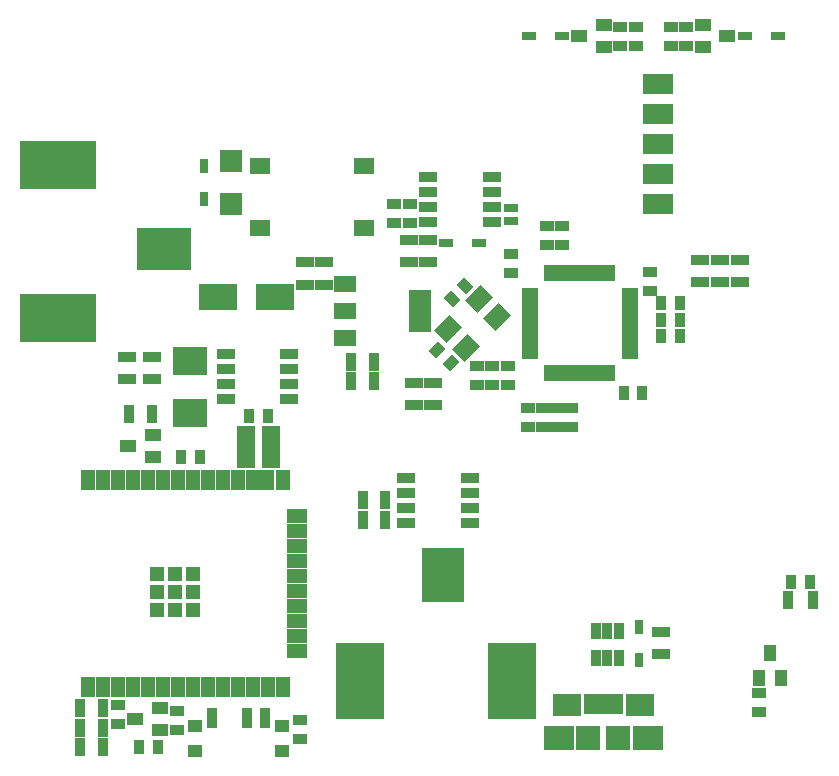
<source format=gtp>
G04*
G04 #@! TF.GenerationSoftware,Altium Limited,Altium Designer,22.1.2 (22)*
G04*
G04 Layer_Color=8421504*
%FSLAX25Y25*%
%MOIN*%
G70*
G04*
G04 #@! TF.SameCoordinates,BB4BA718-9431-4743-B970-F4C87B48E952*
G04*
G04*
G04 #@! TF.FilePolarity,Positive*
G04*
G01*
G75*
%ADD17R,0.09268X0.07299*%
%ADD18R,0.08480X0.08480*%
%ADD19R,0.02575X0.06512*%
%ADD20R,0.10055X0.08480*%
%ADD21R,0.10213X0.06591*%
G04:AMPARAMS|DCode=22|XSize=72.99mil|YSize=59.21mil|CornerRadius=0mil|HoleSize=0mil|Usage=FLASHONLY|Rotation=225.000|XOffset=0mil|YOffset=0mil|HoleType=Round|Shape=Rectangle|*
%AMROTATEDRECTD22*
4,1,4,0.00487,0.04674,0.04674,0.00487,-0.00487,-0.04674,-0.04674,-0.00487,0.00487,0.04674,0.0*
%
%ADD22ROTATEDRECTD22*%

%ADD23R,0.18323X0.13992*%
%ADD24R,0.25410X0.16354*%
%ADD25R,0.13992X0.18323*%
%ADD26R,0.16354X0.25410*%
%ADD27R,0.05134X0.05134*%
%ADD28R,0.06906X0.04543*%
%ADD29R,0.04543X0.06906*%
%ADD30R,0.12811X0.08874*%
%ADD31R,0.03756X0.06118*%
%ADD32R,0.06118X0.03756*%
%ADD33R,0.03362X0.04543*%
G04:AMPARAMS|DCode=34|XSize=33.62mil|YSize=45.43mil|CornerRadius=0mil|HoleSize=0mil|Usage=FLASHONLY|Rotation=45.000|XOffset=0mil|YOffset=0mil|HoleType=Round|Shape=Rectangle|*
%AMROTATEDRECTD34*
4,1,4,0.00418,-0.02795,-0.02795,0.00418,-0.00418,0.02795,0.02795,-0.00418,0.00418,-0.02795,0.0*
%
%ADD34ROTATEDRECTD34*%

G04:AMPARAMS|DCode=35|XSize=33.62mil|YSize=45.43mil|CornerRadius=0mil|HoleSize=0mil|Usage=FLASHONLY|Rotation=315.000|XOffset=0mil|YOffset=0mil|HoleType=Round|Shape=Rectangle|*
%AMROTATEDRECTD35*
4,1,4,-0.02795,-0.00418,0.00418,0.02795,0.02795,0.00418,-0.00418,-0.02795,-0.02795,-0.00418,0.0*
%
%ADD35ROTATEDRECTD35*%

%ADD36R,0.04543X0.03362*%
%ADD37R,0.03362X0.05724*%
%ADD38R,0.05134X0.03165*%
%ADD39R,0.03165X0.05134*%
%ADD40R,0.06118X0.14386*%
%ADD41R,0.03756X0.06906*%
%ADD42R,0.04937X0.04150*%
%ADD43R,0.05331X0.04150*%
%ADD44R,0.04150X0.05331*%
%ADD45R,0.02181X0.05724*%
%ADD46R,0.05724X0.02181*%
%ADD47R,0.07299X0.05724*%
%ADD48R,0.07299X0.13992*%
%ADD49R,0.07102X0.05724*%
%ADD50R,0.06315X0.03362*%
%ADD51R,0.07299X0.07299*%
%ADD52R,0.04937X0.02969*%
%ADD53R,0.11799X0.09500*%
D17*
X217725Y19083D02*
D03*
X193307Y19094D02*
D03*
D18*
X200394Y8268D02*
D03*
X210236Y8268D02*
D03*
D19*
X210630Y19488D02*
D03*
X208071D02*
D03*
X205512D02*
D03*
X202953D02*
D03*
X200394D02*
D03*
D20*
X190748Y8268D02*
D03*
X220276D02*
D03*
D21*
X223622Y186142D02*
D03*
Y206142D02*
D03*
Y196142D02*
D03*
Y226142D02*
D03*
Y216142D02*
D03*
D22*
X163899Y154669D02*
D03*
X153599Y144369D02*
D03*
X159723Y138244D02*
D03*
X170024Y148545D02*
D03*
D23*
X58957Y171063D02*
D03*
D24*
X23720Y148228D02*
D03*
Y199016D02*
D03*
D25*
X152165Y62402D02*
D03*
D26*
X175000Y27165D02*
D03*
X124213D02*
D03*
D27*
X68839Y62972D02*
D03*
Y56968D02*
D03*
Y50965D02*
D03*
X62835D02*
D03*
X56831D02*
D03*
Y56968D02*
D03*
Y62972D02*
D03*
X62835D02*
D03*
Y56968D02*
D03*
D28*
X103465Y37126D02*
D03*
Y42126D02*
D03*
Y47126D02*
D03*
Y52126D02*
D03*
Y57126D02*
D03*
Y62126D02*
D03*
Y67126D02*
D03*
Y72126D02*
D03*
Y77126D02*
D03*
Y82126D02*
D03*
D29*
X33583Y25197D02*
D03*
X38583D02*
D03*
X43583D02*
D03*
X48583D02*
D03*
X53583D02*
D03*
X58583D02*
D03*
X63583D02*
D03*
X68583D02*
D03*
X73583D02*
D03*
X78583D02*
D03*
X83583D02*
D03*
X88583D02*
D03*
X93583D02*
D03*
X98583D02*
D03*
X98584Y94016D02*
D03*
X93367D02*
D03*
X88584D02*
D03*
X83584D02*
D03*
X78584D02*
D03*
X73584D02*
D03*
X68584D02*
D03*
X63584D02*
D03*
X58584D02*
D03*
X53584D02*
D03*
X48584D02*
D03*
X43584D02*
D03*
X38584D02*
D03*
X33584D02*
D03*
D30*
X96063Y155118D02*
D03*
X77165D02*
D03*
D31*
X275394Y54331D02*
D03*
X267126D02*
D03*
X128937Y133465D02*
D03*
X121457D02*
D03*
X128937Y127165D02*
D03*
X121457D02*
D03*
X31055Y5118D02*
D03*
X38535D02*
D03*
X31055Y11614D02*
D03*
X38535D02*
D03*
X31055Y18110D02*
D03*
X38535D02*
D03*
X125256Y80709D02*
D03*
X132736D02*
D03*
X125256Y87402D02*
D03*
X132736D02*
D03*
X54921Y116142D02*
D03*
X47441D02*
D03*
D32*
X46850Y135236D02*
D03*
Y127756D02*
D03*
X55118Y135236D02*
D03*
Y127756D02*
D03*
X224803Y36024D02*
D03*
Y43504D02*
D03*
X251181Y160039D02*
D03*
Y167520D02*
D03*
X244488Y160039D02*
D03*
Y167520D02*
D03*
X237795Y160039D02*
D03*
Y167520D02*
D03*
X105905Y166732D02*
D03*
Y159252D02*
D03*
X140551Y166732D02*
D03*
Y174213D02*
D03*
X146979Y166732D02*
D03*
Y174213D02*
D03*
X142520Y126575D02*
D03*
Y119095D02*
D03*
X148819Y126575D02*
D03*
Y119095D02*
D03*
X112205Y166732D02*
D03*
Y159252D02*
D03*
D33*
X87401Y115354D02*
D03*
X93701D02*
D03*
X212204Y123228D02*
D03*
X218504D02*
D03*
X231103Y147638D02*
D03*
X224803D02*
D03*
X231103Y153150D02*
D03*
X224803D02*
D03*
X231103Y142126D02*
D03*
X224803D02*
D03*
X50787Y5118D02*
D03*
X57087D02*
D03*
X64566Y101772D02*
D03*
X70867D02*
D03*
X268110Y60236D02*
D03*
X274410D02*
D03*
D34*
X159314Y158920D02*
D03*
X154859Y154465D02*
D03*
D35*
X154590Y133206D02*
D03*
X150135Y137660D02*
D03*
D36*
X168504Y132284D02*
D03*
Y125984D02*
D03*
X220866Y157283D02*
D03*
Y163583D02*
D03*
X173622Y132284D02*
D03*
Y125984D02*
D03*
X174803Y163189D02*
D03*
Y169489D02*
D03*
X216299Y238976D02*
D03*
Y245276D02*
D03*
X227953D02*
D03*
Y238976D02*
D03*
X211181D02*
D03*
Y245276D02*
D03*
X233071D02*
D03*
Y238976D02*
D03*
X140945Y179921D02*
D03*
Y186221D02*
D03*
X135827Y186221D02*
D03*
Y179921D02*
D03*
X194685Y111811D02*
D03*
Y118111D02*
D03*
X163386Y132284D02*
D03*
Y125984D02*
D03*
X191732Y172441D02*
D03*
Y178741D02*
D03*
X43701Y19292D02*
D03*
Y12992D02*
D03*
X185236Y118111D02*
D03*
Y111811D02*
D03*
X189961Y118111D02*
D03*
Y111811D02*
D03*
X180512Y118111D02*
D03*
Y111811D02*
D03*
X63386Y10826D02*
D03*
Y17126D02*
D03*
X186614Y172441D02*
D03*
Y178741D02*
D03*
X104331Y14174D02*
D03*
Y7874D02*
D03*
X257480Y16929D02*
D03*
Y23229D02*
D03*
D37*
X210531Y43898D02*
D03*
X206791D02*
D03*
X203051D02*
D03*
Y34843D02*
D03*
X206791D02*
D03*
X210531D02*
D03*
D38*
X191732Y242126D02*
D03*
X180709D02*
D03*
X252598Y242126D02*
D03*
X263622D02*
D03*
X153150Y173228D02*
D03*
X164173D02*
D03*
D39*
X217323Y34252D02*
D03*
Y45276D02*
D03*
X72441Y198819D02*
D03*
Y187795D02*
D03*
D40*
X86417Y105118D02*
D03*
X94685D02*
D03*
D41*
X75000Y14764D02*
D03*
X86811D02*
D03*
X92716D02*
D03*
D42*
X98228Y12008D02*
D03*
Y3740D02*
D03*
X69488Y12008D02*
D03*
Y3740D02*
D03*
D43*
X238543Y245866D02*
D03*
Y238386D02*
D03*
X246811Y242126D02*
D03*
X205709Y238386D02*
D03*
Y245866D02*
D03*
X197441Y242126D02*
D03*
X57677Y10827D02*
D03*
Y18307D02*
D03*
X49409Y14567D02*
D03*
X55315Y101772D02*
D03*
Y109252D02*
D03*
X47047Y105512D02*
D03*
D44*
X257283Y28150D02*
D03*
X264764D02*
D03*
X261024Y36417D02*
D03*
D45*
X200591Y163189D02*
D03*
X198622D02*
D03*
X196653D02*
D03*
X194685D02*
D03*
X192717D02*
D03*
X190748D02*
D03*
X188779D02*
D03*
X186811D02*
D03*
X202559D02*
D03*
X186811Y129724D02*
D03*
X188779D02*
D03*
X190748D02*
D03*
X192717D02*
D03*
X194685D02*
D03*
X196653D02*
D03*
X198622D02*
D03*
X200591D02*
D03*
X202559D02*
D03*
X204528D02*
D03*
X206496D02*
D03*
X208465D02*
D03*
X204528Y163189D02*
D03*
X206496D02*
D03*
X208465D02*
D03*
D46*
X214370Y135630D02*
D03*
Y137598D02*
D03*
Y139567D02*
D03*
Y141535D02*
D03*
Y143504D02*
D03*
Y145472D02*
D03*
Y147441D02*
D03*
Y149409D02*
D03*
Y151378D02*
D03*
Y153347D02*
D03*
Y155315D02*
D03*
Y157283D02*
D03*
X180905Y135630D02*
D03*
Y137598D02*
D03*
Y139567D02*
D03*
Y141535D02*
D03*
Y143504D02*
D03*
Y145472D02*
D03*
Y147441D02*
D03*
Y149409D02*
D03*
Y151378D02*
D03*
Y153347D02*
D03*
Y155315D02*
D03*
Y157283D02*
D03*
D03*
D03*
D47*
X119291Y159449D02*
D03*
Y150394D02*
D03*
Y141339D02*
D03*
D48*
X144488Y150394D02*
D03*
D49*
X90945Y198839D02*
D03*
Y178327D02*
D03*
X125591Y198839D02*
D03*
Y178327D02*
D03*
D50*
X100787Y121024D02*
D03*
Y126024D02*
D03*
Y131024D02*
D03*
Y136024D02*
D03*
X79528Y121024D02*
D03*
Y126024D02*
D03*
Y131024D02*
D03*
Y136024D02*
D03*
X168239Y180111D02*
D03*
Y185111D02*
D03*
Y190111D02*
D03*
Y195111D02*
D03*
X146979Y180111D02*
D03*
Y185111D02*
D03*
Y190111D02*
D03*
Y195111D02*
D03*
X161024Y79764D02*
D03*
Y84764D02*
D03*
Y89764D02*
D03*
Y94764D02*
D03*
X139764Y79764D02*
D03*
Y84764D02*
D03*
Y89764D02*
D03*
Y94764D02*
D03*
D51*
X81496Y200394D02*
D03*
Y186221D02*
D03*
D52*
X174538Y184776D02*
D03*
Y180445D02*
D03*
D53*
X67716Y133898D02*
D03*
Y116496D02*
D03*
M02*

</source>
